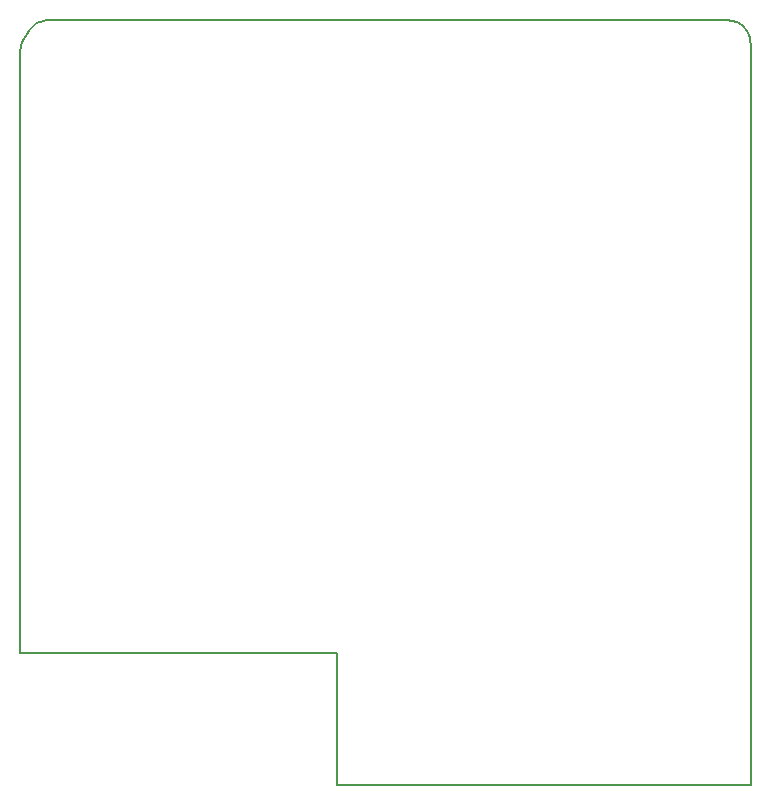
<source format=gbr>
G04 #@! TF.GenerationSoftware,KiCad,Pcbnew,(5.0.2)-1*
G04 #@! TF.CreationDate,2019-04-04T01:38:52-04:00*
G04 #@! TF.ProjectId,po_midi_adapter,706f5f6d-6964-4695-9f61-646170746572,rev?*
G04 #@! TF.SameCoordinates,PXa2393f8PY7537788*
G04 #@! TF.FileFunction,Profile,NP*
%FSLAX46Y46*%
G04 Gerber Fmt 4.6, Leading zero omitted, Abs format (unit mm)*
G04 Created by KiCad (PCBNEW (5.0.2)-1) date 4/4/2019 1:38:52 AM*
%MOMM*%
%LPD*%
G01*
G04 APERTURE LIST*
%ADD10C,0.200000*%
G04 APERTURE END LIST*
D10*
X-63373000Y62839600D02*
X-63550800Y62103000D01*
X-62788800Y63804800D02*
X-63373000Y62839600D01*
X-63550800Y54356000D02*
X-63550800Y62103000D01*
X-1651000Y56337200D02*
X-1651000Y6375400D01*
X-62787735Y63794089D02*
G75*
G02X-61188600Y64744600I1687435J-1018489D01*
G01*
X-2808563Y64563216D02*
G75*
G02X-1653800Y62750600I-845237J-1812616D01*
G01*
X-3653800Y64750600D02*
X-2809630Y64563713D01*
X-63550800Y11150600D02*
X-63550800Y54330600D01*
X-36653800Y-11804D02*
X-36652200Y11125200D01*
X-1653800Y62750600D02*
X-1653800Y56369398D01*
X-1653800Y-11804D02*
X-36653800Y-11804D01*
X-1653800Y6369398D02*
X-1653800Y-11804D01*
X-36653800Y11125200D02*
X-63550800Y11150600D01*
X-61188600Y64744600D02*
X-3653800Y64750600D01*
M02*

</source>
